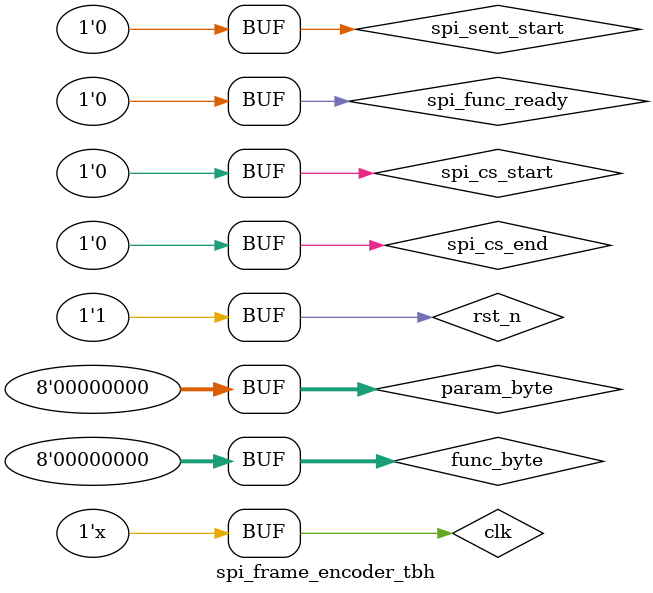
<source format=v>
`timescale 1ns / 1ps

module spi_frame_encoder_tbh();

    reg clk, rst_n;

    reg spi_cs_start, spi_cs_end, spi_sent_start;
    wire [7:0] spi_sent_data;

    reg spi_func_ready;
    reg [7:0] func_byte, param_byte;
    wire spi_frame_end;
    wire fifo_rd_en, fifo_rd_clk;
    reg [7:0] fifo_data;

    spi_frame_encoder u1(clk, rst_n,
                        spi_cs_start, spi_cs_end, spi_sent_start, spi_sent_data,
                        spi_func_ready, func_byte, param_byte, spi_frame_end,
                        fifo_rd_en, fifo_rd_clk,fifo_data
                        );

    always #5 clk <= ~clk;

    always @ (posedge fifo_rd_clk) fifo_data <= fifo_data + 1'b1;

    initial begin
        clk = 0;
        rst_n = 0;
        spi_cs_start = 0;
        spi_cs_end = 0;
        spi_sent_start = 0;
        spi_func_ready = 0;
        func_byte = 0;
        param_byte = 0;
        fifo_data = 0;

        #15 rst_n = 1;

        #200;
        func_byte  = 8'd7;
        param_byte = 8'd1;
        #10 spi_func_ready = 1;

        #50 spi_cs_start = 1;
        #10 spi_cs_start = 0;

        #31 spi_sent_start = 1;
        #10 spi_sent_start = 0;

        #200 spi_sent_start = 1;
        #10 spi_sent_start = 0;

        #200 spi_sent_start = 1;
        #10 spi_sent_start = 0;

        #200 spi_sent_start = 1;
        #10 spi_sent_start = 0;

        #200 spi_sent_start = 1;
        #10 spi_sent_start = 0;

        #200 spi_sent_start = 1;
        #10 spi_sent_start = 0;

        #200 spi_cs_end = 1;
        #10 spi_cs_end = 0;

        #100 spi_func_ready = 0;
        func_byte  = 8'd0;
        param_byte = 8'd0;
    end

endmodule

</source>
